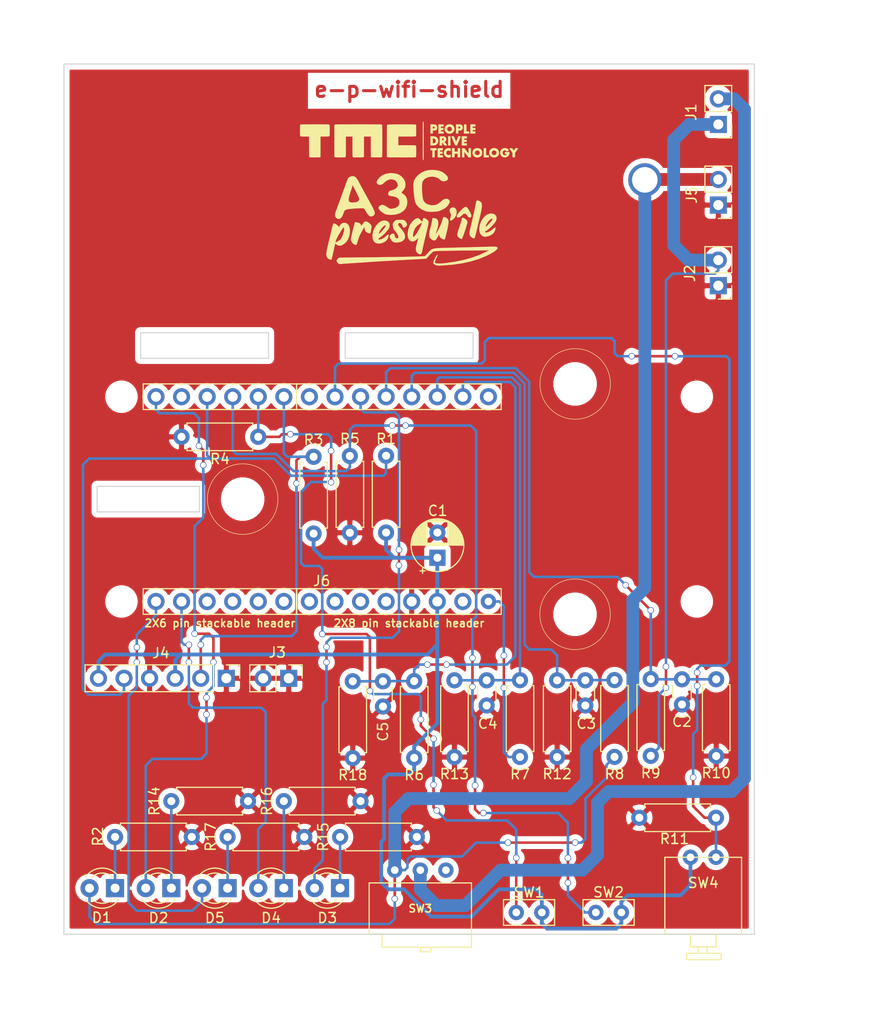
<source format=kicad_pcb>
(kicad_pcb (version 20171130) (host pcbnew "(5.1.4)-1")
  (title_block (title "routage e-p-wifi-shield") (date 2019-11-26) (rev 1.0) (company "A3C et TMC") (comment 1 "1ère version du shield, prototype 3") (comment 2 https://github.com/AIREL46/SCAO/tree/master/kicad/e-p-wifi-shield))
  (layers (0 F.Cu signal) (31 B.Cu signal) (34 B.Paste user) (35 F.Paste user) (36 B.SilkS user) (37 F.SilkS user) (38 B.Mask user) (39 F.Mask user) (44 Edge.Cuts user))
  (net 0 "")
  (net 1 +3V3)
  (net 2 GND)
  (net 3 "Net-(C2-Pad1)")
  (net 4 "Net-(C3-Pad1)")
  (net 5 "Net-(C4-Pad1)")
  (net 6 "Net-(C5-Pad1)")
  (net 7 "Net-(D1-Pad2)")
  (net 8 "Net-(D1-Pad1)")
  (net 9 "Net-(D2-Pad1)")
  (net 10 "Net-(D2-Pad2)")
  (net 11 "Net-(D3-Pad2)")
  (net 12 "Net-(D3-Pad1)")
  (net 13 "Net-(D4-Pad1)")
  (net 14 "Net-(D4-Pad2)")
  (net 15 "Net-(D5-Pad1)")
  (net 16 "Net-(D5-Pad2)")
  (net 17 "Net-(J1-Pad1)")
  (net 18 "Net-(J1-Pad2)")
  (net 19 "Net-(J4-Pad2)")
  (net 20 "Net-(J4-Pad5)")
  (net 21 "Net-(J6-PadAREF)")
  (net 22 "Net-(J6-PadVIN)")
  (net 23 "Net-(J6-PadRESET)")
  (net 24 "Net-(J6-PadTX)")
  (net 25 "Net-(J6-PadRX)")
  (net 26 "Net-(J6-PadA5)")
  (net 27 "Net-(J6-PadSCL)")
  (net 28 "Net-(J6-PadA6)")
  (net 29 "Net-(J6-PadSDA)")
  (net 30 "Net-(J6-PadMISO)")
  (net 31 "Net-(J6-PadD1)")
  (net 32 "Net-(J6-PadSCK)")
  (net 33 "Net-(J6-PadD2)")
  (net 34 "Net-(J6-PadMOSI)")
  (net 35 "Net-(J6-PadD4)")
  (net 36 "Net-(J6-Pad+5V)")
  (net 37 "Net-(SW3-Pad1)")
  (module e-p-wifi-v2:switch (layer F.Cu) (at 60.8 105.4)
    (fp_text reference SW3 (at 0 3.81) (layer F.SilkS) (effects (font (size 0.762 0.762))))
    (fp_text value "Conrad 711771")
    (pad 2 thru_hole circle (at 0 0) (size 1.524 1.524) (drill 0.762) (layers *.Cu *.Mask) (net 18 "Net-(J1-Pad2)"))
    (pad 3 thru_hole circle (at -2.54 0) (size 1.524 1.524) (drill 0.762) (layers *.Cu *.Mask) (net 7 "Net-(D1-Pad2)"))
    (pad 1 thru_hole circle (at 2.54 0) (size 1.524 1.524) (drill 0.762) (layers *.Cu *.Mask) (net 37 "Net-(SW3-Pad1)"))
  )
  (module Connector_PinHeader_2.54mm:PinHeader_1x06_P2.54mm_Vertical (layer F.Cu) (at 41.53 86.36 270)
    (fp_text reference J4 (at -2.5 6.5 180) (layer F.SilkS))
    (fp_text value Température)
    (pad 1 thru_hole rect (at 0 0 270) (size 1.7 1.7) (drill 1) (layers *.Cu *.Mask) (net 2 GND))
    (pad 2 thru_hole oval (at 0 2.54 270) (size 1.7 1.7) (drill 1) (layers *.Cu *.Mask) (net 19 "Net-(J4-Pad2)"))
    (pad 3 thru_hole oval (at 0 5.08 270) (size 1.7 1.7) (drill 1) (layers *.Cu *.Mask) (net 1 +3V3))
    (pad 4 thru_hole oval (at 0 7.62 270) (size 1.7 1.7) (drill 1) (layers *.Cu *.Mask) (net 2 GND))
    (pad 5 thru_hole oval (at 0 10.16 270) (size 1.7 1.7) (drill 1) (layers *.Cu *.Mask) (net 20 "Net-(J4-Pad5)"))
    (pad 6 thru_hole oval (at 0 12.7 270) (size 1.7 1.7) (drill 1) (layers *.Cu *.Mask) (net 1 +3V3))
  )
  (module LED_THT:LED_D3.0mm (layer F.Cu) (at 47.244 107.188 180)
    (fp_text reference D4 (at 1.27 -2.96) (layer F.SilkS))
    (fp_text value Rouge)
    (pad 1 thru_hole rect (at 0 0 180) (size 1.8 1.8) (drill 0.9) (layers *.Cu *.Mask) (net 13 "Net-(D4-Pad1)"))
    (pad 2 thru_hole circle (at 2.54 0 180) (size 1.8 1.8) (drill 0.9) (layers *.Cu *.Mask) (net 14 "Net-(D4-Pad2)"))
  )
  (module LED_THT:LED_D3.0mm (layer F.Cu) (at 30.48 107.188 180)
    (fp_text reference D1 (at 1.325 -2.925) (layer F.SilkS))
    (fp_text value vert)
    (pad 2 thru_hole circle (at 2.54 0 180) (size 1.8 1.8) (drill 0.9) (layers *.Cu *.Mask) (net 7 "Net-(D1-Pad2)"))
    (pad 1 thru_hole rect (at 0 0 180) (size 1.8 1.8) (drill 0.9) (layers *.Cu *.Mask) (net 8 "Net-(D1-Pad1)"))
  )
  (module MountingHole:MountingHole_2.2mm_M2 (layer F.Cu) (at 88.265 58.42)
    (fp_text reference "" (at 0 -3.2) (layer F.SilkS))
    (fp_text value MountingHole_2.2mm_M2)
    (pad 1 np_thru_hole circle (at 0 0) (size 2.2 2.2) (drill 2.2) (layers *.Cu *.Mask))
  )
  (module Capacitor_THT:C_Disc_D3.0mm_W1.6mm_P2.50mm (layer F.Cu) (at 77.19 86.56 270)
    (fp_text reference C3 (at 4.3 -0.1 180) (layer F.SilkS))
    (fp_text value 0.1mF)
    (pad 2 thru_hole circle (at 2.5 0 270) (size 1.6 1.6) (drill 0.8) (layers *.Cu *.Mask) (net 2 GND))
    (pad 1 thru_hole circle (at 0 0 270) (size 1.6 1.6) (drill 0.8) (layers *.Cu *.Mask) (net 4 "Net-(C3-Pad1)"))
  )
  (module Connector_PinHeader_2.54mm:PinHeader_1x02_P2.54mm_Vertical (layer F.Cu) (at 90.4 31.4 180)
    (fp_text reference J1 (at 2.7 1.225 270) (layer F.SilkS))
    (fp_text value Shunt)
    (pad 1 thru_hole rect (at 0 0 180) (size 1.7 1.7) (drill 1) (layers *.Cu *.Mask) (net 17 "Net-(J1-Pad1)"))
    (pad 2 thru_hole oval (at 0 2.54 180) (size 1.7 1.7) (drill 1) (layers *.Cu *.Mask) (net 18 "Net-(J1-Pad2)"))
  )
  (module Connector_PinHeader_2.54mm:PinHeader_1x02_P2.54mm_Vertical (layer F.Cu) (at 90.4 47.4 180)
    (fp_text reference J2 (at 2.825 1.225 270) (layer F.SilkS))
    (fp_text value Vbat1)
    (pad 1 thru_hole rect (at 0 0 180) (size 1.7 1.7) (drill 1) (layers *.Cu *.Mask) (net 2 GND))
    (pad 2 thru_hole oval (at 0 2.54 180) (size 1.7 1.7) (drill 1) (layers *.Cu *.Mask) (net 17 "Net-(J1-Pad1)"))
  )
  (module Connector_PinHeader_2.54mm:PinHeader_1x02_P2.54mm_Vertical (layer F.Cu) (at 47.73 86.36 270)
    (fp_text reference J3 (at -2.56 1.14 180) (layer F.SilkS))
    (fp_text value "Masse T1")
    (pad 2 thru_hole oval (at 0 2.54 270) (size 1.7 1.7) (drill 1) (layers *.Cu *.Mask) (net 2 GND))
    (pad 1 thru_hole rect (at 0 0 270) (size 1.7 1.7) (drill 1) (layers *.Cu *.Mask) (net 2 GND))
  )
  (module Capacitor_THT:CP_Radial_D5.0mm_P2.50mm (layer F.Cu) (at 62.5 74.4 90)
    (fp_text reference C1 (at 4.66 0.02) (layer F.SilkS))
    (fp_text value 4.7µF)
    (pad 1 thru_hole rect (at 0 0 90) (size 1.6 1.6) (drill 0.8) (layers *.Cu *.Mask) (net 1 +3V3))
    (pad 2 thru_hole circle (at 2.5 0 90) (size 1.6 1.6) (drill 0.8) (layers *.Cu *.Mask) (net 2 GND))
  )
  (module logo:tmc-logo-1200dpi (layer F.Cu) (at 59.69 33.02)
    (fp_text reference G*** hide)
    (fp_text value LOGO hide)
  )
  (module Capacitor_THT:C_Disc_D3.0mm_W1.6mm_P2.50mm (layer F.Cu) (at 86.79 86.46 270)
    (fp_text reference C2 (at 4.2 0 180) (layer F.SilkS))
    (fp_text value 0.1mF)
    (pad 1 thru_hole circle (at 0 0 270) (size 1.6 1.6) (drill 0.8) (layers *.Cu *.Mask) (net 3 "Net-(C2-Pad1)"))
    (pad 2 thru_hole circle (at 2.5 0 270) (size 1.6 1.6) (drill 0.8) (layers *.Cu *.Mask) (net 2 GND))
  )
  (module Capacitor_THT:C_Disc_D3.0mm_W1.6mm_P2.50mm (layer F.Cu) (at 67.39 86.56 270)
    (fp_text reference C4 (at 4.3 -0.1 180) (layer F.SilkS))
    (fp_text value 0.1mF)
    (pad 1 thru_hole circle (at 0 0 270) (size 1.6 1.6) (drill 0.8) (layers *.Cu *.Mask) (net 5 "Net-(C4-Pad1)"))
    (pad 2 thru_hole circle (at 2.5 0 270) (size 1.6 1.6) (drill 0.8) (layers *.Cu *.Mask) (net 2 GND))
  )
  (module LED_THT:LED_D3.0mm (layer F.Cu) (at 36.068 107.188 180)
    (fp_text reference D2 (at 1.27 -2.96) (layer F.SilkS))
    (fp_text value Vert)
    (pad 1 thru_hole rect (at 0 0 180) (size 1.8 1.8) (drill 0.9) (layers *.Cu *.Mask) (net 9 "Net-(D2-Pad1)"))
    (pad 2 thru_hole circle (at 2.54 0 180) (size 1.8 1.8) (drill 0.9) (layers *.Cu *.Mask) (net 10 "Net-(D2-Pad2)"))
  )
  (module LED_THT:LED_D3.0mm (layer F.Cu) (at 41.656 107.188 180)
    (fp_text reference D5 (at 1.27 -2.96) (layer F.SilkS))
    (fp_text value Jaune)
    (pad 1 thru_hole rect (at 0 0 180) (size 1.8 1.8) (drill 0.9) (layers *.Cu *.Mask) (net 15 "Net-(D5-Pad1)"))
    (pad 2 thru_hole circle (at 2.54 0 180) (size 1.8 1.8) (drill 0.9) (layers *.Cu *.Mask) (net 16 "Net-(D5-Pad2)"))
  )
  (module Capacitor_THT:C_Disc_D3.0mm_W1.6mm_P2.50mm (layer F.Cu) (at 57.09 86.66 270)
    (fp_text reference C5 (at 5 0 90) (layer F.SilkS))
    (fp_text value 0.1mF)
    (pad 2 thru_hole circle (at 2.5 0 270) (size 1.6 1.6) (drill 0.8) (layers *.Cu *.Mask) (net 2 GND))
    (pad 1 thru_hole circle (at 0 0 270) (size 1.6 1.6) (drill 0.8) (layers *.Cu *.Mask) (net 6 "Net-(C5-Pad1)"))
  )
  (module logo:a3c-logo-500dpi (layer F.Cu) (at 59.69 40.64)
    (fp_text reference G*** hide)
    (fp_text value LOGO hide)
  )
  (module LED_THT:LED_D3.0mm (layer F.Cu) (at 52.832 107.188 180)
    (fp_text reference D3 (at 1.27 -2.96) (layer F.SilkS))
    (fp_text value bleu)
    (pad 2 thru_hole circle (at 2.54 0 180) (size 1.8 1.8) (drill 0.9) (layers *.Cu *.Mask) (net 11 "Net-(D3-Pad2)"))
    (pad 1 thru_hole rect (at 0 0 180) (size 1.8 1.8) (drill 0.9) (layers *.Cu *.Mask) (net 12 "Net-(D3-Pad1)"))
  )
  (module Connector_PinHeader_2.54mm:PinHeader_1x02_P2.54mm_Vertical (layer F.Cu) (at 90.4 39.4 180)
    (fp_text reference J5 (at 2.65 1 270) (layer F.SilkS))
    (fp_text value Vbat2)
    (pad 2 thru_hole oval (at 0 2.54 180) (size 1.7 1.7) (drill 1) (layers *.Cu *.Mask) (net 7 "Net-(D1-Pad2)"))
    (pad 1 thru_hole rect (at 0 0 180) (size 1.7 1.7) (drill 1) (layers *.Cu *.Mask) (net 2 GND))
  )
  (module Resistor_THT:R_Axial_DIN0207_L6.3mm_D2.5mm_P7.62mm_Horizontal (layer F.Cu) (at 50.2 72 90)
    (fp_text reference R3 (at 9.3 0 180) (layer F.SilkS))
    (fp_text value 4.7k)
    (pad 1 thru_hole circle (at 0 0 90) (size 1.6 1.6) (drill 0.8) (layers *.Cu *.Mask) (net 1 +3V3))
    (pad 2 thru_hole oval (at 7.62 0 90) (size 1.6 1.6) (drill 0.8) (layers *.Cu *.Mask) (net 19 "Net-(J4-Pad2)"))
  )
  (module Resistor_THT:R_Axial_DIN0207_L6.3mm_D2.5mm_P7.62mm_Horizontal (layer F.Cu) (at 90.19 86.46 270)
    (fp_text reference R10 (at 9.3 0 180) (layer F.SilkS))
    (fp_text value 4.7k)
    (pad 2 thru_hole oval (at 7.62 0 270) (size 1.6 1.6) (drill 0.8) (layers *.Cu *.Mask) (net 2 GND))
    (pad 1 thru_hole circle (at 0 0 270) (size 1.6 1.6) (drill 0.8) (layers *.Cu *.Mask) (net 3 "Net-(C2-Pad1)"))
  )
  (module Resistor_THT:R_Axial_DIN0207_L6.3mm_D2.5mm_P7.62mm_Horizontal (layer F.Cu) (at 64.19 86.56 270)
    (fp_text reference R13 (at 9.3 0) (layer F.SilkS))
    (fp_text value 4.7k)
    (pad 2 thru_hole oval (at 7.62 0 270) (size 1.6 1.6) (drill 0.8) (layers *.Cu *.Mask) (net 2 GND))
    (pad 1 thru_hole circle (at 0 0 270) (size 1.6 1.6) (drill 0.8) (layers *.Cu *.Mask) (net 5 "Net-(C4-Pad1)"))
  )
  (module Resistor_THT:R_Axial_DIN0207_L6.3mm_D2.5mm_P7.62mm_Horizontal (layer F.Cu) (at 53.8 64.3 270)
    (fp_text reference R5 (at -1.7 0 180) (layer F.SilkS))
    (fp_text value 47k)
    (pad 1 thru_hole circle (at 0 0 270) (size 1.6 1.6) (drill 0.8) (layers *.Cu *.Mask) (net 33 "Net-(J6-PadD2)"))
    (pad 2 thru_hole oval (at 7.62 0 270) (size 1.6 1.6) (drill 0.8) (layers *.Cu *.Mask) (net 2 GND))
  )
  (module Resistor_THT:R_Axial_DIN0207_L6.3mm_D2.5mm_P7.62mm_Horizontal (layer F.Cu) (at 43.688 98.552 180)
    (fp_text reference R14 (at 9.3 0 270) (layer F.SilkS))
    (fp_text value 1K)
    (pad 2 thru_hole oval (at 7.62 0 180) (size 1.6 1.6) (drill 0.8) (layers *.Cu *.Mask) (net 9 "Net-(D2-Pad1)"))
    (pad 1 thru_hole circle (at 0 0 180) (size 1.6 1.6) (drill 0.8) (layers *.Cu *.Mask) (net 2 GND))
  )
  (module Resistor_THT:R_Axial_DIN0207_L6.3mm_D2.5mm_P7.62mm_Horizontal (layer F.Cu) (at 60.19 94.26 90)
    (fp_text reference R6 (at -1.7 0 180) (layer F.SilkS))
    (fp_text value 4.7k)
    (pad 2 thru_hole oval (at 7.62 0 90) (size 1.6 1.6) (drill 0.8) (layers *.Cu *.Mask) (net 6 "Net-(C5-Pad1)"))
    (pad 1 thru_hole circle (at 0 0 90) (size 1.6 1.6) (drill 0.8) (layers *.Cu *.Mask) (net 1 +3V3))
  )
  (module Resistor_THT:R_Axial_DIN0207_L6.3mm_D2.5mm_P7.62mm_Horizontal (layer F.Cu) (at 70.7 94.17 90)
    (fp_text reference R7 (at -1.7 0 180) (layer F.SilkS))
    (fp_text value 4.7k)
    (pad 1 thru_hole circle (at 0 0 90) (size 1.6 1.6) (drill 0.8) (layers *.Cu *.Mask) (net 36 "Net-(J6-Pad+5V)"))
    (pad 2 thru_hole oval (at 7.62 0 90) (size 1.6 1.6) (drill 0.8) (layers *.Cu *.Mask) (net 5 "Net-(C4-Pad1)"))
  )
  (module Resistor_THT:R_Axial_DIN0207_L6.3mm_D2.5mm_P7.62mm_Horizontal (layer F.Cu) (at 60.452 102.108 180)
    (fp_text reference R15 (at 9.3 0 270) (layer F.SilkS))
    (fp_text value 1K)
    (pad 1 thru_hole circle (at 0 0 180) (size 1.6 1.6) (drill 0.8) (layers *.Cu *.Mask) (net 2 GND))
    (pad 2 thru_hole oval (at 7.62 0 180) (size 1.6 1.6) (drill 0.8) (layers *.Cu *.Mask) (net 12 "Net-(D3-Pad1)"))
  )
  (module Resistor_THT:R_Axial_DIN0207_L6.3mm_D2.5mm_P7.62mm_Horizontal (layer F.Cu) (at 74.39 86.56 270)
    (fp_text reference R12 (at 9.3 0 180) (layer F.SilkS))
    (fp_text value 4.7k)
    (pad 1 thru_hole circle (at 0 0 270) (size 1.6 1.6) (drill 0.8) (layers *.Cu *.Mask) (net 4 "Net-(C3-Pad1)"))
    (pad 2 thru_hole oval (at 7.62 0 270) (size 1.6 1.6) (drill 0.8) (layers *.Cu *.Mask) (net 2 GND))
  )
  (module Resistor_THT:R_Axial_DIN0207_L6.3mm_D2.5mm_P7.62mm_Horizontal (layer F.Cu) (at 54.864 98.552 180)
    (fp_text reference R16 (at 9.3 0 270) (layer F.SilkS))
    (fp_text value 1K)
    (pad 2 thru_hole oval (at 7.62 0 180) (size 1.6 1.6) (drill 0.8) (layers *.Cu *.Mask) (net 13 "Net-(D4-Pad1)"))
    (pad 1 thru_hole circle (at 0 0 180) (size 1.6 1.6) (drill 0.8) (layers *.Cu *.Mask) (net 2 GND))
  )
  (module Resistor_THT:R_Axial_DIN0207_L6.3mm_D2.5mm_P7.62mm_Horizontal (layer F.Cu) (at 49.276 102.108 180)
    (fp_text reference R17 (at 9.3 0 270) (layer F.SilkS))
    (fp_text value 1K)
    (pad 1 thru_hole circle (at 0 0 180) (size 1.6 1.6) (drill 0.8) (layers *.Cu *.Mask) (net 2 GND))
    (pad 2 thru_hole oval (at 7.62 0 180) (size 1.6 1.6) (drill 0.8) (layers *.Cu *.Mask) (net 15 "Net-(D5-Pad1)"))
  )
  (module Resistor_THT:R_Axial_DIN0207_L6.3mm_D2.5mm_P7.62mm_Horizontal (layer F.Cu) (at 82.55 100.2)
    (fp_text reference R11 (at 3.5 2.1 180) (layer F.SilkS))
    (fp_text value 47k)
    (pad 2 thru_hole oval (at 7.62 0) (size 1.6 1.6) (drill 0.8) (layers *.Cu *.Mask) (net 26 "Net-(J6-PadA5)"))
    (pad 1 thru_hole circle (at 0 0) (size 1.6 1.6) (drill 0.8) (layers *.Cu *.Mask) (net 2 GND))
  )
  (module Resistor_THT:R_Axial_DIN0207_L6.3mm_D2.5mm_P7.62mm_Horizontal (layer F.Cu) (at 80.09 94.16 90)
    (fp_text reference R8 (at -1.7 0 180) (layer F.SilkS))
    (fp_text value 4.7k)
    (pad 2 thru_hole oval (at 7.62 0 90) (size 1.6 1.6) (drill 0.8) (layers *.Cu *.Mask) (net 4 "Net-(C3-Pad1)"))
    (pad 1 thru_hole circle (at 0 0 90) (size 1.6 1.6) (drill 0.8) (layers *.Cu *.Mask) (net 7 "Net-(D1-Pad2)"))
  )
  (module Resistor_THT:R_Axial_DIN0207_L6.3mm_D2.5mm_P7.62mm_Horizontal (layer F.Cu) (at 57.4 71.9 90)
    (fp_text reference R1 (at 9.3 0 180) (layer F.SilkS))
    (fp_text value 4.7k)
    (pad 1 thru_hole circle (at 0 0 90) (size 1.6 1.6) (drill 0.8) (layers *.Cu *.Mask) (net 1 +3V3))
    (pad 2 thru_hole oval (at 7.62 0 90) (size 1.6 1.6) (drill 0.8) (layers *.Cu *.Mask) (net 20 "Net-(J4-Pad5)"))
  )
  (module Resistor_THT:R_Axial_DIN0207_L6.3mm_D2.5mm_P7.62mm_Horizontal (layer F.Cu) (at 38.1 102.108 180)
    (fp_text reference R2 (at 9.32 0.05 90) (layer F.SilkS))
    (fp_text value 1K)
    (pad 2 thru_hole oval (at 7.62 0 180) (size 1.6 1.6) (drill 0.8) (layers *.Cu *.Mask) (net 8 "Net-(D1-Pad1)"))
    (pad 1 thru_hole circle (at 0 0 180) (size 1.6 1.6) (drill 0.8) (layers *.Cu *.Mask) (net 2 GND))
  )
  (module e-p-wifi-v2:PinSocket_2x14_MKR1010 (layer F.Cu) (at 51.055 68.58 270)
    (fp_text reference J6 (at 8.12 0.055 180) (layer F.SilkS))
    (fp_text value Conn_02x14_MKR1010)
    (fp_text user "2X8 pin stackable header" (at 12.32 -8.615 180) (layer F.SilkS) (effects (font (size 0.762 0.762))))
    (fp_text user "2X6 pin stackable header" (at 12.32 10.155 180) (layer F.SilkS) (effects (font (size 0.762 0.762))))
    (pad AREF thru_hole oval (at -10.16 -16.51 270) (size 1.7 1.7) (drill 1) (layers *.Cu *.Mask) (net 21 "Net-(J6-PadAREF)"))
    (pad VIN thru_hole oval (at 10.16 -13.97 270) (size 1.7 1.7) (drill 1) (layers *.Cu *.Mask) (net 22 "Net-(J6-PadVIN)"))
    (pad A0 thru_hole oval (at -10.16 -13.97 270) (size 1.7 1.7) (drill 1) (layers *.Cu *.Mask) (net 6 "Net-(C5-Pad1)"))
    (pad +3V3 thru_hole oval (at 10.16 -11.43 270) (size 1.7 1.7) (drill 1) (layers *.Cu *.Mask) (net 1 +3V3))
    (pad A1 thru_hole oval (at -10.16 -11.43 270) (size 1.7 1.7) (drill 1) (layers *.Cu *.Mask) (net 5 "Net-(C4-Pad1)"))
    (pad GND thru_hole oval (at 10.16 -8.89 270) (size 1.7 1.7) (drill 1) (layers *.Cu *.Mask) (net 2 GND))
    (pad A2 thru_hole oval (at -10.16 -8.89 270) (size 1.7 1.7) (drill 1) (layers *.Cu *.Mask) (net 4 "Net-(C3-Pad1)"))
    (pad RESET thru_hole oval (at 10.16 -6.35 270) (size 1.7 1.7) (drill 1) (layers *.Cu *.Mask) (net 23 "Net-(J6-PadRESET)"))
    (pad A3 thru_hole oval (at -10.16 -6.35 270) (size 1.7 1.7) (drill 1) (layers *.Cu *.Mask) (net 3 "Net-(C2-Pad1)"))
    (pad TX thru_hole oval (at 10.16 -3.81 270) (size 1.7 1.7) (drill 1) (layers *.Cu *.Mask) (net 24 "Net-(J6-PadTX)"))
    (pad A4 thru_hole oval (at -10.16 -3.81 270) (size 1.7 1.7) (drill 1) (layers *.Cu *.Mask) (net 11 "Net-(D3-Pad2)"))
    (pad RX thru_hole oval (at 10.16 -1.27 270) (size 1.7 1.7) (drill 1) (layers *.Cu *.Mask) (net 25 "Net-(J6-PadRX)"))
    (pad A5 thru_hole oval (at -10.16 -1.27 270) (size 1.7 1.7) (drill 1) (layers *.Cu *.Mask) (net 26 "Net-(J6-PadA5)"))
    (pad SCL thru_hole oval (at 10.16 1.27 270) (size 1.7 1.7) (drill 1) (layers *.Cu *.Mask) (net 27 "Net-(J6-PadSCL)"))
    (pad A6 thru_hole oval (at -10.16 1.27 270) (size 1.7 1.7) (drill 1) (layers *.Cu *.Mask) (net 28 "Net-(J6-PadA6)"))
    (pad SDA thru_hole oval (at 10.16 3.81 270) (size 1.7 1.7) (drill 1) (layers *.Cu *.Mask) (net 29 "Net-(J6-PadSDA)"))
    (pad D0 thru_hole oval (at -10.16 3.81 270) (size 1.7 1.7) (drill 1) (layers *.Cu *.Mask) (net 19 "Net-(J4-Pad2)"))
    (pad MISO thru_hole oval (at 10.16 6.35 270) (size 1.7 1.7) (drill 1) (layers *.Cu *.Mask) (net 30 "Net-(J6-PadMISO)"))
    (pad D1 thru_hole oval (at -10.16 6.35 270) (size 1.7 1.7) (drill 1) (layers *.Cu *.Mask) (net 31 "Net-(J6-PadD1)"))
    (pad SCK thru_hole oval (at 10.16 8.89 270) (size 1.7 1.7) (drill 1) (layers *.Cu *.Mask) (net 32 "Net-(J6-PadSCK)"))
    (pad D2 thru_hole oval (at -10.16 8.89 270) (size 1.7 1.7) (drill 1) (layers *.Cu *.Mask) (net 33 "Net-(J6-PadD2)"))
    (pad MOSI thru_hole oval (at 10.16 11.43 270) (size 1.7 1.7) (drill 1) (layers *.Cu *.Mask) (net 34 "Net-(J6-PadMOSI)"))
    (pad D3 thru_hole oval (at -10.16 11.43 270) (size 1.7 1.7) (drill 1) (layers *.Cu *.Mask) (net 20 "Net-(J4-Pad5)"))
    (pad D7 thru_hole oval (at 10.16 13.97 270) (size 1.7 1.7) (drill 1) (layers *.Cu *.Mask) (net 14 "Net-(D4-Pad2)"))
    (pad D4 thru_hole oval (at -10.16 13.97 270) (size 1.7 1.7) (drill 1) (layers *.Cu *.Mask) (net 35 "Net-(J6-PadD4)"))
    (pad D6 thru_hole oval (at 10.16 16.51 270) (size 1.7 1.7) (drill 1) (layers *.Cu *.Mask) (net 16 "Net-(D5-Pad2)"))
    (pad D5 thru_hole oval (at -10.16 16.51 270) (size 1.7 1.7) (drill 1) (layers *.Cu *.Mask) (net 10 "Net-(D2-Pad2)"))
    (pad +5V thru_hole circle (at 10.16 -16.51 270) (size 1.524 1.524) (drill 0.762) (layers *.Cu *.Mask) (net 36 "Net-(J6-Pad+5V)"))
  )
  (module Resistor_THT:R_Axial_DIN0207_L6.3mm_D2.5mm_P7.62mm_Horizontal (layer F.Cu) (at 44.7 62.4 180)
    (fp_text reference R4 (at 3.8 -2.2) (layer F.SilkS))
    (fp_text value 47k)
    (pad 2 thru_hole oval (at 7.62 0 180) (size 1.6 1.6) (drill 0.8) (layers *.Cu *.Mask) (net 2 GND))
    (pad 1 thru_hole circle (at 0 0 180) (size 1.6 1.6) (drill 0.8) (layers *.Cu *.Mask) (net 31 "Net-(J6-PadD1)"))
  )
  (module Resistor_THT:R_Axial_DIN0207_L6.3mm_D2.5mm_P7.62mm_Horizontal (layer F.Cu) (at 83.69 94.06 90)
    (fp_text reference R9 (at -1.7 0 180) (layer F.SilkS))
    (fp_text value 4.7k)
    (pad 1 thru_hole circle (at 0 0 90) (size 1.6 1.6) (drill 0.8) (layers *.Cu *.Mask) (net 17 "Net-(J1-Pad1)"))
    (pad 2 thru_hole oval (at 7.62 0 90) (size 1.6 1.6) (drill 0.8) (layers *.Cu *.Mask) (net 3 "Net-(C2-Pad1)"))
  )
  (module MountingHole:MountingHole_3.2mm_M3_ISO7380 (layer F.Cu) (at 43.1546 68.58)
    (fp_text reference "" (at 0 -3.85) (layer F.SilkS))
    (fp_text value MountingHole_3.3mm_M3)
    (pad "" np_thru_hole circle (at 0 0) (size 3.3 3.3) (drill 3.3) (layers *.Cu *.Mask))
  )
  (module MountingHole:MountingHole_3.2mm_M3_ISO7380 (layer F.Cu) (at 76.165 80.01)
    (fp_text reference "" (at 0 -3.85) (layer F.SilkS))
    (fp_text value MountingHole_3.3mm_M3)
    (pad "" np_thru_hole circle (at 0 0) (size 3.3 3.3) (drill 3.3) (layers *.Cu *.Mask))
  )
  (module MountingHole:MountingHole_2.2mm_M2 (layer F.Cu) (at 31.115 78.74)
    (fp_text reference "" (at 0 -3.2) (layer F.SilkS))
    (fp_text value MountingHole_2.2mm_M2)
    (pad 1 np_thru_hole circle (at 0 0) (size 2.2 2.2) (drill 2.2) (layers *.Cu *.Mask))
  )
  (module MountingHole:MountingHole_3.2mm_M3_ISO7380 (layer F.Cu) (at 76.1746 57.15)
    (fp_text reference "" (at 0 -3.85) (layer F.SilkS))
    (fp_text value MountingHole_3.3mm_M3)
    (pad "" np_thru_hole circle (at 0 0) (size 3.3 3.3) (drill 3.3) (layers *.Cu *.Mask))
  )
  (module MountingHole:MountingHole_2.2mm_M2 (layer F.Cu) (at 31.115 58.42)
    (fp_text reference "" (at 0 -3.2) (layer F.SilkS))
    (fp_text value MountingHole_2.2mm_M2)
    (pad 1 np_thru_hole circle (at 0 0) (size 2.2 2.2) (drill 2.2) (layers *.Cu *.Mask))
  )
  (module MountingHole:MountingHole_2.2mm_M2 (layer F.Cu) (at 88.265 78.74)
    (fp_text reference "" (at 0 -3.2) (layer F.SilkS))
    (fp_text value MountingHole_2.2mm_M2)
    (pad 1 np_thru_hole circle (at 0 0) (size 2.2 2.2) (drill 2.2) (layers *.Cu *.Mask))
  )
  (module Resistor_THT:R_Axial_DIN0207_L6.3mm_D2.5mm_P7.62mm_Horizontal (layer F.Cu) (at 54.09 86.66 270)
    (fp_text reference R18 (at 9.3 0 180) (layer F.SilkS))
    (fp_text value 4.7k)
    (pad 1 thru_hole circle (at 0 0 270) (size 1.6 1.6) (drill 0.8) (layers *.Cu *.Mask) (net 6 "Net-(C5-Pad1)"))
    (pad 2 thru_hole oval (at 7.62 0 270) (size 1.6 1.6) (drill 0.8) (layers *.Cu *.Mask) (net 2 GND))
  )
  (module e-p-wifi-v2:BP (layer F.Cu) (at 88.9 104.125)
    (fp_text reference SW4 (at 0 2.54) (layer F.SilkS))
    (fp_text value "BP APEM")
    (pad 1 thru_hole circle (at -1.27 0) (size 1.524 1.524) (drill 0.762) (layers *.Cu *.Mask) (net 1 +3V3))
    (pad 2 thru_hole circle (at 1.27 0) (size 1.524 1.524) (drill 0.762) (layers *.Cu *.Mask) (net 26 "Net-(J6-PadA5)"))
  )
  (module e-p-wifi-v2:jumper-switch (layer F.Cu) (at 79.5 109.6 180)
    (fp_text reference SW2 (at 0 2) (layer F.SilkS))
    (fp_text value Sleep)
    (pad 1 thru_hole circle (at -1.27 0 180) (size 1.524 1.524) (drill 0.762) (layers *.Cu *.Mask) (net 1 +3V3))
    (pad 2 thru_hole circle (at 1.27 0 180) (size 1.524 1.524) (drill 0.762) (layers *.Cu *.Mask) (net 33 "Net-(J6-PadD2)"))
  )
  (module e-p-wifi-v2:jumper-switch (layer F.Cu) (at 71.6 109.6 180)
    (fp_text reference SW1 (at 0 2) (layer F.SilkS))
    (fp_text value StSp)
    (pad 2 thru_hole circle (at 1.27 0 180) (size 1.524 1.524) (drill 0.762) (layers *.Cu *.Mask) (net 31 "Net-(J6-PadD1)"))
    (pad 1 thru_hole circle (at -1.27 0 180) (size 1.524 1.524) (drill 0.762) (layers *.Cu *.Mask) (net 1 +3V3))
  )
  (gr_line (start 45.726 52.07) (end 45.726 54.61) (layer Edge.Cuts) (width 0.1))
  (gr_line (start 33.026 52.07) (end 33.026 54.61) (layer Edge.Cuts) (width 0.1))
  (gr_line (start 33.026 52.07) (end 45.726 52.07) (layer Edge.Cuts) (width 0.1))
  (gr_line (start 33.026 54.61) (end 45.726 54.61) (layer Edge.Cuts) (width 0.1))
  (gr_line (start 53.34 54.61) (end 53.34 52.07) (layer Edge.Cuts) (width 0.1))
  (gr_line (start 66.04 52.07) (end 66.04 54.61) (layer Edge.Cuts) (width 0.1))
  (gr_line (start 53.34 52.07) (end 66.04 52.07) (layer Edge.Cuts) (width 0.1))
  (gr_line (start 53.34 54.61) (end 66.04 54.61) (layer Edge.Cuts) (width 0.1))
  (gr_line (start 28.702 69.85) (end 38.862 69.85) (layer Edge.Cuts) (width 0.1))
  (gr_line (start 38.862 67.31) (end 28.702 67.31) (layer Edge.Cuts) (width 0.1))
  (gr_line (start 28.702 67.31) (end 28.702 69.85) (layer Edge.Cuts) (width 0.1))
  (gr_circle (center 76.1746 80.01) (end 79.6746 80.01) (layer F.SilkS) (width 0.05))
  (gr_line (start 25.4 111.76) (end 93.98 111.76) (layer Edge.Cuts) (width 0.1))
  (gr_line (start 93.98 25.4) (end 93.98 111.76) (layer Edge.Cuts) (width 0.1))
  (gr_line (start 25.4 25.4) (end 25.4 111.76) (layer Edge.Cuts) (width 0.1))
  (gr_circle (center 43.1546 68.58) (end 46.6546 68.58) (layer F.SilkS) (width 0.05))
  (gr_line (start 38.862 67.31) (end 38.862 69.85) (layer Edge.Cuts) (width 0.1))
  (gr_circle (center 76.18476 57.15) (end 79.68476 57.15) (layer F.SilkS) (width 0.05))
  (gr_line (start 25.4 25.4) (end 93.98 25.4) (layer Edge.Cuts) (width 0.1))
  (gr_text e-p-wifi-shield (at 59.69 27.94) (layer F.Cu) (effects (font (size 1.5 1.5) (thickness 0.3))))
  (segment (start 72.87 110.67763) (end 72.87 109.6) (width 0.381) (layer B.Cu) (net 1))
  (segment (start 73.39237 111.2) (end 72.87 110.67763) (width 0.381) (layer B.Cu) (net 1))
  (segment (start 80.24763 111.2) (end 73.39237 111.2) (width 0.381) (layer B.Cu) (net 1))
  (segment (start 80.77 110.67763) (end 80.24763 111.2) (width 0.381) (layer B.Cu) (net 1))
  (segment (start 80.77 109.6) (end 80.77 110.67763) (width 0.381) (layer B.Cu) (net 1))
  (segment (start 62.485 74.415) (end 62.5 74.4) (width 0.381) (layer B.Cu) (net 1))
  (segment (start 62.485 78.74) (end 62.485 74.415) (width 0.381) (layer B.Cu) (net 1))
  (segment (start 62.5 74.4) (end 59.9 74.4) (width 0.381) (layer B.Cu) (net 1))
  (segment (start 57.4 73.6) (end 57.4 71.9) (width 0.381) (layer B.Cu) (net 1))
  (segment (start 59.9 74.4) (end 58.2 74.4) (width 0.381) (layer B.Cu) (net 1))
  (segment (start 58.2 74.4) (end 57.4 73.6) (width 0.381) (layer B.Cu) (net 1))
  (segment (start 50.2 73.5) (end 50.2 72) (width 0.381) (layer B.Cu) (net 1))
  (segment (start 59.9 74.4) (end 51.1 74.4) (width 0.381) (layer B.Cu) (net 1))
  (segment (start 51.1 74.4) (end 50.2 73.5) (width 0.381) (layer B.Cu) (net 1))
  (segment (start 62.485 85.015) (end 62.485 84.985) (width 0.381) (layer B.Cu) (net 1))
  (segment (start 61.5 84) (end 37 84) (width 0.381) (layer B.Cu) (net 1))
  (segment (start 36.45 84.55) (end 36.45 86.36) (width 0.381) (layer B.Cu) (net 1))
  (segment (start 37 84) (end 36.45 84.55) (width 0.381) (layer B.Cu) (net 1))
  (segment (start 60.19 93.12863) (end 62.485 90.83363) (width 0.381) (layer B.Cu) (net 1))
  (segment (start 60.19 94.26) (end 60.19 93.12863) (width 0.381) (layer B.Cu) (net 1))
  (segment (start 62.485 90.83363) (end 62.485 85.015) (width 0.381) (layer B.Cu) (net 1))
  (segment (start 28.83 84.67) (end 28.83 86.36) (width 0.381) (layer B.Cu) (net 1))
  (segment (start 37 84) (end 29.5 84) (width 0.381) (layer B.Cu) (net 1))
  (segment (start 29.5 84) (end 28.83 84.67) (width 0.381) (layer B.Cu) (net 1))
  (segment (start 62.485 83.015) (end 61.5 84) (width 0.381) (layer B.Cu) (net 1))
  (segment (start 62.485 82.985) (end 62.485 83.015) (width 0.381) (layer B.Cu) (net 1))
  (segment (start 62.485 82.985) (end 62.485 78.74) (width 0.381) (layer B.Cu) (net 1))
  (segment (start 62.485 85.015) (end 62.485 82.985) (width 0.381) (layer B.Cu) (net 1))
  (segment (start 60.19 95.41) (end 60.19 94.26) (width 0.381) (layer B.Cu) (net 1))
  (segment (start 59.7 95.9) (end 60.19 95.41) (width 0.381) (layer B.Cu) (net 1))
  (segment (start 57.2 96.3) (end 57.6 95.9) (width 0.381) (layer B.Cu) (net 1))
  (segment (start 57.2 102.312) (end 57.2 96.3) (width 0.381) (layer B.Cu) (net 1))
  (segment (start 56.913701 106.596101) (end 56.913701 102.598299) (width 0.381) (layer B.Cu) (net 1))
  (segment (start 57.6176 107.3) (end 56.913701 106.596101) (width 0.381) (layer B.Cu) (net 1))
  (segment (start 57.6 95.9) (end 59.7 95.9) (width 0.381) (layer B.Cu) (net 1))
  (segment (start 59.167 107.3) (end 57.6176 107.3) (width 0.381) (layer B.Cu) (net 1))
  (segment (start 56.913701 102.598299) (end 57.2 102.312) (width 0.381) (layer B.Cu) (net 1))
  (segment (start 72.87 107.8712) (end 72.2988 107.3) (width 0.381) (layer B.Cu) (net 1))
  (segment (start 72.87 109.6) (end 72.87 107.8712) (width 0.381) (layer B.Cu) (net 1))
  (segment (start 72.2988 107.3) (end 68.595 107.3) (width 0.381) (layer B.Cu) (net 1))
  (segment (start 68.595 107.3) (end 65.8876 110.0074) (width 0.381) (layer B.Cu) (net 1))
  (segment (start 65.8876 110.0074) (end 61.8744 110.0074) (width 0.381) (layer B.Cu) (net 1))
  (segment (start 61.8744 110.0074) (end 59.167 107.3) (width 0.381) (layer B.Cu) (net 1))
  (segment (start 87.63 106.9086) (end 87.63 104.125) (width 0.381) (layer B.Cu) (net 1))
  (segment (start 86.6394 107.8992) (end 87.63 106.9086) (width 0.381) (layer B.Cu) (net 1))
  (segment (start 81.407 107.8992) (end 86.6394 107.8992) (width 0.381) (layer B.Cu) (net 1))
  (segment (start 80.77 109.6) (end 80.77 108.5362) (width 0.381) (layer B.Cu) (net 1))
  (segment (start 80.77 108.5362) (end 81.407 107.8992) (width 0.381) (layer B.Cu) (net 1))
  (segment (start 90.19 86.46) (end 86.79 86.46) (width 0.254) (layer B.Cu) (net 3))
  (segment (start 83.71 86.46) (end 83.69 86.44) (width 0.254) (layer B.Cu) (net 3))
  (segment (start 86.79 86.46) (end 83.71 86.46) (width 0.254) (layer B.Cu) (net 3))
  (segment (start 83.69 86.44) (end 83.69 79.61) (width 0.254) (layer B.Cu) (net 3))
  (via (at 83.69 79.61) (size 0.635) (drill 0.508) (layers F.Cu B.Cu) (net 3))
  (segment (start 83.69 79.61) (end 81.2 77.12) (width 0.254) (layer F.Cu) (net 3))
  (via (at 81.2 77.12) (size 0.635) (drill 0.508) (layers F.Cu B.Cu) (net 3))
  (segment (start 57.405 55.995) (end 57.405 58.42) (width 0.254) (layer B.Cu) (net 3))
  (segment (start 57.81442 55.58558) (end 57.405 55.995) (width 0.254) (layer B.Cu) (net 3))
  (segment (start 80.38 76.3) (end 72.1 76.3) (width 0.254) (layer B.Cu) (net 3))
  (segment (start 81.2 77.12) (end 80.38 76.3) (width 0.254) (layer B.Cu) (net 3))
  (segment (start 72.1 76.3) (end 71.614418 75.814418) (width 0.254) (layer B.Cu) (net 3))
  (segment (start 71.614418 75.814418) (end 71.614418 56.921234) (width 0.254) (layer B.Cu) (net 3))
  (segment (start 71.614418 56.921234) (end 70.278764 55.58558) (width 0.254) (layer B.Cu) (net 3))
  (segment (start 70.278764 55.58558) (end 57.81442 55.58558) (width 0.254) (layer B.Cu) (net 3))
  (segment (start 77.21 86.54) (end 77.19 86.56) (width 0.254) (layer B.Cu) (net 4))
  (segment (start 80.09 86.54) (end 77.21 86.54) (width 0.254) (layer B.Cu) (net 4))
  (segment (start 77.19 86.56) (end 74.39 86.56) (width 0.254) (layer B.Cu) (net 4))
  (segment (start 60 58.365) (end 59.945 58.42) (width 0.254) (layer B.Cu) (net 4))
  (segment (start 74.39 84.09) (end 74.39 86.56) (width 0.254) (layer B.Cu) (net 4))
  (segment (start 73.8 83.5) (end 74.39 84.09) (width 0.254) (layer B.Cu) (net 4))
  (segment (start 71.62 83.5) (end 73.8 83.5) (width 0.254) (layer B.Cu) (net 4))
  (segment (start 59.945 58.42) (end 59.945 56.355) (width 0.254) (layer B.Cu) (net 4))
  (segment (start 60.25721 56.04279) (end 70.089382 56.04279) (width 0.254) (layer B.Cu) (net 4))
  (segment (start 59.945 56.355) (end 60.25721 56.04279) (width 0.254) (layer B.Cu) (net 4))
  (segment (start 70.089382 56.04279) (end 71.157209 57.110617) (width 0.254) (layer B.Cu) (net 4))
  (segment (start 71.157209 57.110617) (end 71.157209 83.037209) (width 0.254) (layer B.Cu) (net 4))
  (segment (start 71.157209 83.037209) (end 71.62 83.5) (width 0.254) (layer B.Cu) (net 4))
  (segment (start 67.4 86.55) (end 67.39 86.56) (width 0.254) (layer B.Cu) (net 5))
  (segment (start 70.7 86.55) (end 67.4 86.55) (width 0.254) (layer B.Cu) (net 5))
  (segment (start 67.39 86.56) (end 64.19 86.56) (width 0.254) (layer B.Cu) (net 5))
  (segment (start 62.485 56.715) (end 62.485 58.42) (width 0.254) (layer B.Cu) (net 5))
  (segment (start 62.7 56.5) (end 62.485 56.715) (width 0.254) (layer B.Cu) (net 5))
  (segment (start 69.9 56.5) (end 62.7 56.5) (width 0.254) (layer B.Cu) (net 5))
  (segment (start 70.7 86.55) (end 70.7 57.3) (width 0.254) (layer B.Cu) (net 5))
  (segment (start 70.7 57.3) (end 69.9 56.5) (width 0.254) (layer B.Cu) (net 5))
  (segment (start 57.11 86.64) (end 57.09 86.66) (width 0.254) (layer B.Cu) (net 6))
  (segment (start 60.19 86.64) (end 57.11 86.64) (width 0.254) (layer B.Cu) (net 6))
  (segment (start 55.95863 86.66) (end 54.09 86.66) (width 0.254) (layer B.Cu) (net 6))
  (segment (start 57.09 86.66) (end 55.95863 86.66) (width 0.254) (layer B.Cu) (net 6))
  (segment (start 60.19 85.50863) (end 60.69863 85) (width 0.254) (layer B.Cu) (net 6))
  (segment (start 60.19 86.64) (end 60.19 85.50863) (width 0.254) (layer B.Cu) (net 6))
  (segment (start 60.69863 85) (end 61.5 85) (width 0.254) (layer B.Cu) (net 6))
  (via (at 61.5 85) (size 0.635) (drill 0.508) (layers F.Cu B.Cu) (net 6))
  (segment (start 61.5 85) (end 63.4 85) (width 0.254) (layer F.Cu) (net 6))
  (via (at 63.4 85) (size 0.635) (drill 0.508) (layers F.Cu B.Cu) (net 6))
  (segment (start 65.025 57.225) (end 65.025 58.42) (width 0.254) (layer B.Cu) (net 6))
  (segment (start 63.4 85) (end 69.4 85) (width 0.254) (layer B.Cu) (net 6))
  (segment (start 69.4 85) (end 70.24279 84.15721) (width 0.254) (layer B.Cu) (net 6))
  (segment (start 70.24279 84.15721) (end 70.24279 57.489382) (width 0.254) (layer B.Cu) (net 6))
  (segment (start 70.24279 57.489382) (end 69.710618 56.95721) (width 0.254) (layer B.Cu) (net 6))
  (segment (start 69.710618 56.95721) (end 65.29279 56.95721) (width 0.254) (layer B.Cu) (net 6))
  (segment (start 65.29279 56.95721) (end 65.025 57.225) (width 0.254) (layer B.Cu) (net 6))
  (via (at 83.1 36.9) (size 3.302) (drill 2.54) (layers F.Cu B.Cu) (net 7))
  (segment (start 90.4 36.86) (end 83.14 36.86) (width 1.27) (layer F.Cu) (net 7))
  (segment (start 83.14 36.86) (end 83.1 36.9) (width 1.27) (layer F.Cu) (net 7))
  (segment (start 58.26 105.4) (end 58.26 106.47763) (width 0.254) (layer F.Cu) (net 7))
  (segment (start 58.26 106.47763) (end 58.26 108.25) (width 0.254) (layer F.Cu) (net 7))
  (via (at 58.26 108.25) (size 0.635) (drill 0.508) (layers F.Cu B.Cu) (net 7))
  (segment (start 83.1 77.4) (end 83.1 36.9) (width 1.27) (layer B.Cu) (net 7))
  (segment (start 81.91 78.59) (end 83.1 77.4) (width 1.27) (layer B.Cu) (net 7))
  (segment (start 81.91 88.79) (end 81.91 78.59) (width 1.27) (layer B.Cu) (net 7))
  (segment (start 58.26 99.64) (end 59.6 98.3) (width 1.27) (layer B.Cu) (net 7))
  (segment (start 58.26 105.4) (end 58.26 99.64) (width 1.27) (layer B.Cu) (net 7))
  (segment (start 59.6 98.3) (end 75.6 98.3) (width 1.27) (layer B.Cu) (net 7))
  (segment (start 75.6 98.3) (end 77.3 96.6) (width 1.27) (layer B.Cu) (net 7))
  (segment (start 77.3 96.6) (end 77.3 93.4) (width 1.27) (layer B.Cu) (net 7))
  (segment (start 77.3 93.4) (end 81.91 88.79) (width 1.27) (layer B.Cu) (net 7))
  (via (at 76.18 102.67) (size 0.635) (drill 0.508) (layers F.Cu B.Cu) (net 7))
  (segment (start 76.18 102.67) (end 75.730988 102.67) (width 0.254) (layer F.Cu) (net 7))
  (segment (start 75.730988 102.67) (end 69.5 102.67) (width 0.254) (layer F.Cu) (net 7))
  (via (at 69.5 102.67) (size 0.635) (drill 0.508) (layers F.Cu B.Cu) (net 7))
  (segment (start 76.81 102.67) (end 76.18 102.67) (width 0.254) (layer B.Cu) (net 7))
  (segment (start 77.2 102.28) (end 76.81 102.67) (width 0.254) (layer B.Cu) (net 7))
  (segment (start 77.2 98.31) (end 77.2 102.28) (width 0.254) (layer B.Cu) (net 7))
  (segment (start 79.290001 96.219999) (end 77.2 98.31) (width 0.254) (layer B.Cu) (net 7))
  (segment (start 80.09 94.16) (end 79.290001 94.959999) (width 0.254) (layer B.Cu) (net 7))
  (segment (start 79.290001 94.959999) (end 79.290001 96.219999) (width 0.254) (layer B.Cu) (net 7))
  (segment (start 59.26 105.4) (end 58.26 105.4) (width 0.254) (layer B.Cu) (net 7))
  (segment (start 66.33 102.67) (end 64.96 104.04) (width 0.254) (layer B.Cu) (net 7))
  (segment (start 69.5 102.67) (end 66.33 102.67) (width 0.254) (layer B.Cu) (net 7))
  (segment (start 64.96 104.04) (end 59.82 104.04) (width 0.254) (layer B.Cu) (net 7))
  (segment (start 59.82 104.04) (end 59.52 104.34) (width 0.254) (layer B.Cu) (net 7))
  (segment (start 59.52 104.34) (end 59.52 105.14) (width 0.254) (layer B.Cu) (net 7))
  (segment (start 59.52 105.14) (end 59.26 105.4) (width 0.254) (layer B.Cu) (net 7))
  (segment (start 58.26 110.21) (end 58.26 108.25) (width 0.254) (layer B.Cu) (net 7))
  (segment (start 57.726 110.744) (end 58.26 110.21) (width 0.254) (layer B.Cu) (net 7))
  (segment (start 28.6766 110.744) (end 57.726 110.744) (width 0.254) (layer B.Cu) (net 7))
  (segment (start 27.94 107.188) (end 27.94 110.0074) (width 0.254) (layer B.Cu) (net 7))
  (segment (start 27.94 110.0074) (end 28.6766 110.744) (width 0.254) (layer B.Cu) (net 7))
  (segment (start 30.48 107.188) (end 30.48 102.108) (width 0.254) (layer B.Cu) (net 8))
  (segment (start 36.068 106.034) (end 36.068 98.552) (width 0.254) (layer B.Cu) (net 9))
  (segment (start 36.068 107.188) (end 36.068 106.034) (width 0.254) (layer B.Cu) (net 9))
  (segment (start 39.56 87.830988) (end 40.25 87.140988) (width 0.254) (layer B.Cu) (net 10))
  (segment (start 40.25 87.140988) (end 40.25 85.873302) (width 0.254) (layer B.Cu) (net 10))
  (segment (start 40.25 85.873302) (end 40.25 84.76) (width 0.254) (layer B.Cu) (net 10))
  (via (at 40.25 84.76) (size 0.635) (drill 0.508) (layers F.Cu B.Cu) (net 10))
  (segment (start 40.25 84.76) (end 40.25 84.310988) (width 0.254) (layer F.Cu) (net 10))
  (segment (start 40.25 84.310988) (end 40.25 82.52) (width 0.254) (layer F.Cu) (net 10))
  (segment (start 40.25 82.52) (end 40.25 82.37) (width 0.254) (layer F.Cu) (net 10))
  (segment (start 40.25 82.37) (end 39.82 81.94) (width 0.254) (layer F.Cu) (net 10))
  (segment (start 39.82 81.94) (end 38.38 81.94) (width 0.254) (layer F.Cu) (net 10))
  (via (at 38.38 81.94) (size 0.635) (drill 0.508) (layers F.Cu B.Cu) (net 10))
  (via (at 39.24221 65.20491) (size 0.635) (drill 0.508) (layers F.Cu B.Cu) (net 10))
  (segment (start 39.24221 65.04221) (end 39.24221 65.20491) (width 0.254) (layer B.Cu) (net 10))
  (segment (start 39.24221 70.40779) (end 39.24221 65.04221) (width 0.254) (layer B.Cu) (net 10))
  (segment (start 38.38 71.27) (end 39.24221 70.40779) (width 0.254) (layer B.Cu) (net 10))
  (segment (start 38.38 81.94) (end 38.38 71.27) (width 0.254) (layer B.Cu) (net 10))
  (segment (start 39.24221 64.755898) (end 39.25 64.748108) (width 0.254) (layer F.Cu) (net 10))
  (segment (start 39.24221 65.20491) (end 39.24221 64.755898) (width 0.254) (layer F.Cu) (net 10))
  (segment (start 39.25 64.748108) (end 39.25 63.74) (width 0.254) (layer F.Cu) (net 10))
  (segment (start 39.25 63.74) (end 38.81 63.3) (width 0.254) (layer F.Cu) (net 10))
  (via (at 38.81 63.3) (size 0.635) (drill 0.508) (layers F.Cu B.Cu) (net 10))
  (segment (start 34.545 59.715) (end 34.545 58.42) (width 0.254) (layer B.Cu) (net 10))
  (segment (start 34.89 60.06) (end 34.545 59.715) (width 0.254) (layer B.Cu) (net 10))
  (segment (start 38.33 60.06) (end 34.89 60.06) (width 0.254) (layer B.Cu) (net 10))
  (segment (start 38.81 63.3) (end 38.81 60.54) (width 0.254) (layer B.Cu) (net 10))
  (segment (start 38.81 60.54) (end 38.33 60.06) (width 0.254) (layer B.Cu) (net 10))
  (segment (start 39.56 88.28) (end 39.56 87.830988) (width 0.254) (layer B.Cu) (net 10))
  (via (at 39.56 88.28) (size 0.635) (drill 0.508) (layers F.Cu B.Cu) (net 10))
  (segment (start 39.56 88.729012) (end 39.5605 88.729512) (width 0.254) (layer F.Cu) (net 10))
  (segment (start 39.56 88.28) (end 39.56 88.729012) (width 0.254) (layer F.Cu) (net 10))
  (via (at 39.5605 89.95156) (size 0.635) (drill 0.508) (layers F.Cu B.Cu) (net 10))
  (segment (start 39.5605 88.729512) (end 39.5605 89.95156) (width 0.254) (layer F.Cu) (net 10))
  (via (at 39.5605 89.95156) (size 0.635) (drill 0.508) (layers F.Cu B.Cu) (net 10))
  (segment (start 33.528 95.0214) (end 33.528 107.188) (width 0.254) (layer B.Cu) (net 10))
  (segment (start 34.1884 94.361) (end 33.528 95.0214) (width 0.254) (layer B.Cu) (net 10))
  (segment (start 39.03218 94.361) (end 34.1884 94.361) (width 0.254) (layer B.Cu) (net 10))
  (segment (start 39.5605 89.95156) (end 39.5605 93.83268) (width 0.254) (layer B.Cu) (net 10))
  (segment (start 39.5605 93.83268) (end 39.03218 94.361) (width 0.254) (layer B.Cu) (net 10))
  (via (at 51.48 84.77) (size 0.635) (drill 0.508) (layers F.Cu B.Cu) (net 11))
  (segment (start 51.48 84.77) (end 51.48 83.25) (width 0.254) (layer F.Cu) (net 11))
  (via (at 51.48 83.25) (size 0.635) (drill 0.508) (layers F.Cu B.Cu) (net 11))
  (segment (start 51.48 82.800988) (end 51.940988 82.34) (width 0.254) (layer B.Cu) (net 11))
  (segment (start 51.48 83.25) (end 51.48 82.800988) (width 0.254) (layer B.Cu) (net 11))
  (segment (start 51.940988 82.34) (end 58.06 82.34) (width 0.254) (layer B.Cu) (net 11))
  (segment (start 58.06 82.34) (end 58.68 81.72) (width 0.254) (layer B.Cu) (net 11))
  (segment (start 58.68 81.72) (end 58.68 75.15) (width 0.254) (layer B.Cu) (net 11))
  (via (at 58.68 75.15) (size 0.635) (drill 0.508) (layers F.Cu B.Cu) (net 11))
  (via (at 58.68 73.6) (size 0.635) (drill 0.508) (layers F.Cu B.Cu) (net 11))
  (segment (start 58.68 75.15) (end 58.68 73.6) (width 0.254) (layer F.Cu) (net 11))
  (via (at 58.68 73.6) (size 0.635) (drill 0.508) (layers F.Cu B.Cu) (net 11))
  (segment (start 54.865 59.622081) (end 54.865 58.42) (width 0.254) (layer B.Cu) (net 11))
  (segment (start 55.212919 59.97) (end 54.865 59.622081) (width 0.254) (layer B.Cu) (net 11))
  (segment (start 58.3 59.97) (end 55.212919 59.97) (width 0.254) (layer B.Cu) (net 11))
  (segment (start 58.68 60.35) (end 58.3 59.97) (width 0.254) (layer B.Cu) (net 11))
  (segment (start 58.68 73.6) (end 58.68 60.35) (width 0.254) (layer B.Cu) (net 11))
  (segment (start 51.48 88.5248) (end 51.48 84.77) (width 0.254) (layer B.Cu) (net 11))
  (segment (start 51.1048 88.9) (end 51.48 88.5248) (width 0.254) (layer B.Cu) (net 11))
  (segment (start 51.1048 104.4194) (end 51.1048 88.9) (width 0.254) (layer B.Cu) (net 11))
  (segment (start 50.292 107.188) (end 50.292 105.2322) (width 0.254) (layer B.Cu) (net 11))
  (segment (start 50.292 105.2322) (end 51.1048 104.4194) (width 0.254) (layer B.Cu) (net 11))
  (segment (start 52.832 106.034) (end 52.832 102.108) (width 0.254) (layer B.Cu) (net 12))
  (segment (start 52.832 107.188) (end 52.832 106.034) (width 0.254) (layer B.Cu) (net 12))
  (segment (start 47.244 106.034) (end 47.244 98.552) (width 0.254) (layer B.Cu) (net 13))
  (segment (start 47.244 107.188) (end 47.244 106.034) (width 0.254) (layer B.Cu) (net 13))
  (segment (start 37.809799 87.560201) (end 37.809799 84.760201) (width 0.254) (layer B.Cu) (net 14))
  (via (at 37.809799 84.760201) (size 0.635) (drill 0.508) (layers F.Cu B.Cu) (net 14))
  (segment (start 37.809799 84.311189) (end 37.81 84.310988) (width 0.254) (layer F.Cu) (net 14))
  (segment (start 37.809799 84.760201) (end 37.809799 84.311189) (width 0.254) (layer F.Cu) (net 14))
  (segment (start 37.81 84.310988) (end 37.81 83.04) (width 0.254) (layer F.Cu) (net 14))
  (via (at 37.81 83.04) (size 0.635) (drill 0.508) (layers F.Cu B.Cu) (net 14))
  (segment (start 37.085 79.942081) (end 37.085 78.74) (width 0.254) (layer B.Cu) (net 14))
  (segment (start 37.085 82.765) (end 37.085 79.942081) (width 0.254) (layer B.Cu) (net 14))
  (segment (start 37.81 83.04) (end 37.36 83.04) (width 0.254) (layer B.Cu) (net 14))
  (segment (start 37.36 83.04) (end 37.085 82.765) (width 0.254) (layer B.Cu) (net 14))
  (segment (start 37.809799 88.863799) (end 37.809799 87.560201) (width 0.254) (layer B.Cu) (net 14))
  (segment (start 44.704 101.3206) (end 45.4406 100.584) (width 0.254) (layer B.Cu) (net 14))
  (segment (start 44.704 107.188) (end 44.704 101.3206) (width 0.254) (layer B.Cu) (net 14))
  (segment (start 45.4406 100.584) (end 45.4406 89.7128) (width 0.254) (layer B.Cu) (net 14))
  (segment (start 45.4406 89.7128) (end 45.0088 89.281) (width 0.254) (layer B.Cu) (net 14))
  (segment (start 45.0088 89.281) (end 38.227 89.281) (width 0.254) (layer B.Cu) (net 14))
  (segment (start 38.227 89.281) (end 37.809799 88.863799) (width 0.254) (layer B.Cu) (net 14))
  (segment (start 41.656 106.034) (end 41.656 102.108) (width 0.254) (layer B.Cu) (net 15))
  (segment (start 41.656 107.188) (end 41.656 106.034) (width 0.254) (layer B.Cu) (net 15))
  (segment (start 32.46 87.47) (end 32.64 87.29) (width 0.254) (layer B.Cu) (net 16))
  (segment (start 32.64 87.29) (end 32.64 84.77) (width 0.254) (layer B.Cu) (net 16))
  (via (at 32.64 84.77) (size 0.635) (drill 0.508) (layers F.Cu B.Cu) (net 16))
  (via (at 32.64 83.2888) (size 0.635) (drill 0.508) (layers F.Cu B.Cu) (net 16))
  (segment (start 32.64 83.34) (end 32.64 83.2888) (width 0.254) (layer F.Cu) (net 16))
  (segment (start 32.64 84.77) (end 32.64 83.34) (width 0.254) (layer F.Cu) (net 16))
  (segment (start 32.64 83.2888) (end 32.64 82.02) (width 0.254) (layer B.Cu) (net 16))
  (segment (start 34.545 80.115) (end 34.545 78.74) (width 0.254) (layer B.Cu) (net 16))
  (segment (start 32.64 82.02) (end 34.545 80.115) (width 0.254) (layer B.Cu) (net 16))
  (segment (start 31.82721 108.63681) (end 31.82721 88.11159) (width 0.254) (layer B.Cu) (net 16))
  (segment (start 31.82721 88.11159) (end 32.46 87.4788) (width 0.254) (layer B.Cu) (net 16))
  (segment (start 32.46 87.4788) (end 32.46 87.47) (width 0.254) (layer B.Cu) (net 16))
  (segment (start 39.116 107.188) (end 39.116 108.460792) (width 0.254) (layer B.Cu) (net 16))
  (segment (start 38.153592 109.4232) (end 32.6136 109.4232) (width 0.254) (layer B.Cu) (net 16))
  (segment (start 39.116 108.460792) (end 38.153592 109.4232) (width 0.254) (layer B.Cu) (net 16))
  (segment (start 32.6136 109.4232) (end 31.82721 108.63681) (width 0.254) (layer B.Cu) (net 16))
  (segment (start 87.51 31.4) (end 90.4 31.4) (width 1.27) (layer B.Cu) (net 17))
  (segment (start 85.97 32.94) (end 87.51 31.4) (width 1.27) (layer B.Cu) (net 17))
  (segment (start 85.97 43.385) (end 85.97 32.94) (width 1.27) (layer B.Cu) (net 17))
  (segment (start 90.4 44.86) (end 87.445 44.86) (width 1.27) (layer B.Cu) (net 17))
  (segment (start 87.445 44.86) (end 85.97 43.385) (width 1.27) (layer B.Cu) (net 17))
  (segment (start 84.489999 93.260001) (end 84.489999 88.010001) (width 0.254) (layer B.Cu) (net 17))
  (segment (start 83.69 94.06) (end 84.489999 93.260001) (width 0.254) (layer B.Cu) (net 17))
  (segment (start 84.489999 88.010001) (end 85.2 87.3) (width 0.254) (layer B.Cu) (net 17))
  (via (at 85.2 87.3) (size 0.635) (drill 0.508) (layers F.Cu B.Cu) (net 17))
  (segment (start 85.2 87.3) (end 85.2 85.2) (width 0.254) (layer F.Cu) (net 17))
  (via (at 85.2 85.2) (size 0.635) (drill 0.508) (layers F.Cu B.Cu) (net 17))
  (segment (start 90.4 45.862081) (end 90.4 44.86) (width 0.254) (layer B.Cu) (net 17))
  (segment (start 90.062081 46.2) (end 90.4 45.862081) (width 0.254) (layer B.Cu) (net 17))
  (segment (start 85.88 46.2) (end 90.062081 46.2) (width 0.254) (layer B.Cu) (net 17))
  (segment (start 85.2 85.2) (end 85.2 46.88) (width 0.254) (layer B.Cu) (net 17))
  (segment (start 85.2 46.88) (end 85.88 46.2) (width 0.254) (layer B.Cu) (net 17))
  (segment (start 65.2526 108.9152) (end 62.3824 108.9152) (width 1.27) (layer B.Cu) (net 18))
  (segment (start 68.7678 105.4) (end 65.2526 108.9152) (width 1.27) (layer B.Cu) (net 18))
  (segment (start 76.9 105.4) (end 68.7678 105.4) (width 1.27) (layer B.Cu) (net 18))
  (segment (start 60.8 107.3328) (end 60.8 105.4) (width 1.27) (layer B.Cu) (net 18))
  (segment (start 78.4 103.9) (end 76.9 105.4) (width 1.27) (layer B.Cu) (net 18))
  (segment (start 78.4 98.7) (end 78.4 103.9) (width 1.27) (layer B.Cu) (net 18))
  (segment (start 91.96 28.86) (end 93 29.9) (width 1.27) (layer B.Cu) (net 18))
  (segment (start 90.4 28.86) (end 91.96 28.86) (width 1.27) (layer B.Cu) (net 18))
  (segment (start 93 29.9) (end 93 96.3) (width 1.27) (layer B.Cu) (net 18))
  (segment (start 93 96.3) (end 91.7 97.6) (width 1.27) (layer B.Cu) (net 18))
  (segment (start 62.3824 108.9152) (end 60.8 107.3328) (width 1.27) (layer B.Cu) (net 18))
  (segment (start 91.7 97.6) (end 79.5 97.6) (width 1.27) (layer B.Cu) (net 18))
  (segment (start 79.5 97.6) (end 78.4 98.7) (width 1.27) (layer B.Cu) (net 18))
  (segment (start 47.245 59.622081) (end 47.245 58.42) (width 0.254) (layer B.Cu) (net 19))
  (segment (start 47.245 64.045) (end 47.245 59.622081) (width 0.254) (layer B.Cu) (net 19))
  (segment (start 50.2 64.38) (end 47.58 64.38) (width 0.254) (layer B.Cu) (net 19))
  (segment (start 47.58 64.38) (end 47.245 64.045) (width 0.254) (layer B.Cu) (net 19))
  (segment (start 38.99 86.36) (end 38.99 85.157919) (width 0.254) (layer F.Cu) (net 19))
  (via (at 38.99 83.04) (size 0.635) (drill 0.508) (layers F.Cu B.Cu) (net 19))
  (segment (start 38.99 85.157919) (end 38.99 83.04) (width 0.254) (layer F.Cu) (net 19))
  (via (at 38.99 83.04) (size 0.635) (drill 0.508) (layers F.Cu B.Cu) (net 19))
  (segment (start 48.5 81.69) (end 48.5 67.219598) (width 0.254) (layer B.Cu) (net 19))
  (segment (start 48.01 82.18) (end 48.5 81.69) (width 0.254) (layer B.Cu) (net 19))
  (segment (start 39.36 82.18) (end 48.01 82.18) (width 0.254) (layer B.Cu) (net 19))
  (segment (start 38.99 83.04) (end 38.99 82.55) (width 0.254) (layer B.Cu) (net 19))
  (segment (start 38.99 82.55) (end 39.36 82.18) (width 0.254) (layer B.Cu) (net 19))
  (segment (start 48.5 67.219598) (end 48.5 67.02) (width 0.254) (layer B.Cu) (net 19))
  (via (at 48.5 67.02) (size 0.635) (drill 0.508) (layers F.Cu B.Cu) (net 19))
  (segment (start 48.86 64.38) (end 50.2 64.38) (width 0.254) (layer F.Cu) (net 19))
  (segment (start 48.5 67.02) (end 48.5 64.74) (width 0.254) (layer F.Cu) (net 19))
  (segment (start 48.5 64.74) (end 48.86 64.38) (width 0.254) (layer F.Cu) (net 19))
  (segment (start 57.4 66) (end 57.14279 66.25721) (width 0.254) (layer B.Cu) (net 20))
  (segment (start 39.625 64.225) (end 39.625 58.42) (width 0.254) (layer B.Cu) (net 20))
  (segment (start 57.4 64.28) (end 57.4 66) (width 0.254) (layer B.Cu) (net 20))
  (segment (start 57.14279 66.25721) (end 47.95721 66.25721) (width 0.254) (layer B.Cu) (net 20))
  (segment (start 47.95721 66.25721) (end 46.25721 64.55721) (width 0.254) (layer B.Cu) (net 20))
  (segment (start 46.25721 64.55721) (end 39.95721 64.55721) (width 0.254) (layer B.Cu) (net 20))
  (segment (start 39.95721 64.55721) (end 39.625 64.225) (width 0.254) (layer B.Cu) (net 20))
  (segment (start 27.89879 64.55721) (end 39.95721 64.55721) (width 0.254) (layer B.Cu) (net 20))
  (segment (start 31.37 87.562081) (end 30.942081 87.99) (width 0.254) (layer B.Cu) (net 20))
  (segment (start 31.37 86.36) (end 31.37 87.562081) (width 0.254) (layer B.Cu) (net 20))
  (segment (start 27.83 87.99) (end 27.29 87.45) (width 0.254) (layer B.Cu) (net 20))
  (segment (start 30.942081 87.99) (end 27.83 87.99) (width 0.254) (layer B.Cu) (net 20))
  (segment (start 27.29 87.45) (end 27.29 65.166) (width 0.254) (layer B.Cu) (net 20))
  (segment (start 27.29 65.166) (end 27.89879 64.55721) (width 0.254) (layer B.Cu) (net 20))
  (segment (start 89.03863 100.2) (end 87.9 99.06137) (width 0.254) (layer F.Cu) (net 26))
  (segment (start 90.17 100.2) (end 89.03863 100.2) (width 0.254) (layer F.Cu) (net 26))
  (segment (start 87.9 99.06137) (end 87.9 96.2) (width 0.254) (layer F.Cu) (net 26))
  (via (at 87.9 96.2) (size 0.635) (drill 0.508) (layers F.Cu B.Cu) (net 26))
  (segment (start 87.9 96.2) (end 87.9 91.9) (width 0.254) (layer B.Cu) (net 26))
  (via (at 88.3 87.1077) (size 0.635) (drill 0.508) (layers F.Cu B.Cu) (net 26))
  (segment (start 87.9 91.9) (end 88.3 91.5) (width 0.254) (layer B.Cu) (net 26))
  (segment (start 88.3 91.5) (end 88.3 87.1077) (width 0.254) (layer B.Cu) (net 26))
  (via (at 88.3 87.1077) (size 0.635) (drill 0.508) (layers F.Cu B.Cu) (net 26))
  (segment (start 88.3 87.1077) (end 88.3 85.8) (width 0.254) (layer F.Cu) (net 26))
  (via (at 88.3 85.8) (size 0.635) (drill 0.508) (layers F.Cu B.Cu) (net 26))
  (via (at 86.1 54.4) (size 0.635) (drill 0.508) (layers F.Cu B.Cu) (net 26))
  (segment (start 86.1 54.4) (end 81.8 54.4) (width 0.254) (layer F.Cu) (net 26))
  (via (at 81.8 54.4) (size 0.635) (drill 0.508) (layers F.Cu B.Cu) (net 26))
  (segment (start 52.325 55.475) (end 52.325 58.42) (width 0.254) (layer B.Cu) (net 26))
  (segment (start 52.67163 55.12837) (end 52.325 55.475) (width 0.254) (layer B.Cu) (net 26))
  (segment (start 66.87163 55.12837) (end 52.67163 55.12837) (width 0.254) (layer B.Cu) (net 26))
  (segment (start 67.2 54.8) (end 66.87163 55.12837) (width 0.254) (layer B.Cu) (net 26))
  (segment (start 67.2 53) (end 67.2 54.8) (width 0.254) (layer B.Cu) (net 26))
  (segment (start 80.4 54.4) (end 80.1 54.1) (width 0.254) (layer B.Cu) (net 26))
  (segment (start 81.8 54.4) (end 80.4 54.4) (width 0.254) (layer B.Cu) (net 26))
  (segment (start 80.1 54.1) (end 80.1 52.9) (width 0.254) (layer B.Cu) (net 26))
  (segment (start 80.1 52.9) (end 79.8 52.6) (width 0.254) (layer B.Cu) (net 26))
  (segment (start 79.8 52.6) (end 67.6 52.6) (width 0.254) (layer B.Cu) (net 26))
  (segment (start 67.6 52.6) (end 67.2 53) (width 0.254) (layer B.Cu) (net 26))
  (segment (start 91.2 54.4) (end 86.1 54.4) (width 0.254) (layer B.Cu) (net 26))
  (segment (start 88.3 85.425494) (end 88.625494 85.1) (width 0.254) (layer B.Cu) (net 26))
  (segment (start 88.3 85.8) (end 88.3 85.425494) (width 0.254) (layer B.Cu) (net 26))
  (segment (start 88.625494 85.1) (end 91.1 85.1) (width 0.254) (layer B.Cu) (net 26))
  (segment (start 91.1 85.1) (end 91.5 84.7) (width 0.254) (layer B.Cu) (net 26))
  (segment (start 91.5 84.7) (end 91.5 54.7) (width 0.254) (layer B.Cu) (net 26))
  (segment (start 91.5 54.7) (end 91.2 54.4) (width 0.254) (layer B.Cu) (net 26))
  (segment (start 90.17 103.04737) (end 90.17 100.2) (width 0.254) (layer B.Cu) (net 26))
  (segment (start 90.17 104.125) (end 90.17 103.04737) (width 0.254) (layer B.Cu) (net 26))
  (segment (start 44.7 58.425) (end 44.705 58.42) (width 0.254) (layer B.Cu) (net 31))
  (segment (start 44.7 62.4) (end 44.7 58.425) (width 0.254) (layer B.Cu) (net 31))
  (segment (start 70.33 109.6) (end 70.33 108.52237) (width 0.254) (layer F.Cu) (net 31))
  (segment (start 70.33 108.52237) (end 70.33 104.18) (width 0.254) (layer F.Cu) (net 31))
  (via (at 70.33 104.18) (size 0.635) (drill 0.508) (layers F.Cu B.Cu) (net 31))
  (segment (start 70.33 104.18) (end 70.33 101.37) (width 0.254) (layer B.Cu) (net 31))
  (segment (start 70.33 101.37) (end 69.43 100.47) (width 0.254) (layer B.Cu) (net 31))
  (segment (start 69.43 100.47) (end 63.42 100.47) (width 0.254) (layer B.Cu) (net 31))
  (segment (start 63.42 100.47) (end 62.43 99.48) (width 0.254) (layer B.Cu) (net 31))
  (via (at 62.43 99.48) (size 0.635) (drill 0.508) (layers F.Cu B.Cu) (net 31))
  (segment (start 62.112501 99.162501) (end 62.112501 96.932501) (width 0.254) (layer F.Cu) (net 31))
  (segment (start 62.43 99.48) (end 62.112501 99.162501) (width 0.254) (layer F.Cu) (net 31))
  (via (at 62.112501 96.932501) (size 0.635) (drill 0.508) (layers F.Cu B.Cu) (net 31))
  (segment (start 62.12 96.47599) (end 62.12 92.36) (width 0.254) (layer B.Cu) (net 31))
  (segment (start 62.112501 96.932501) (end 62.112501 96.483489) (width 0.254) (layer B.Cu) (net 31))
  (segment (start 62.112501 96.483489) (end 62.12 96.47599) (width 0.254) (layer B.Cu) (net 31))
  (via (at 62.12 92.36) (size 0.635) (drill 0.508) (layers F.Cu B.Cu) (net 31))
  (segment (start 62.12 92.36) (end 61.802501 92.042501) (width 0.254) (layer F.Cu) (net 31))
  (segment (start 61.802501 92.042501) (end 60.85 91.09) (width 0.254) (layer F.Cu) (net 31))
  (via (at 60.85 90.45) (size 0.635) (drill 0.508) (layers F.Cu B.Cu) (net 31))
  (segment (start 60.85 91.09) (end 60.85 90.45) (width 0.254) (layer F.Cu) (net 31))
  (via (at 60.85 90.45) (size 0.635) (drill 0.508) (layers F.Cu B.Cu) (net 31))
  (segment (start 60.85 90.45) (end 60.85 88.18) (width 0.254) (layer B.Cu) (net 31))
  (segment (start 60.85 88.18) (end 60.6 87.93) (width 0.254) (layer B.Cu) (net 31))
  (segment (start 60.6 87.93) (end 56.1 87.93) (width 0.254) (layer B.Cu) (net 31))
  (segment (start 56.1 87.93) (end 55.79 87.62) (width 0.254) (layer B.Cu) (net 31))
  (via (at 55.79 87.62) (size 0.635) (drill 0.508) (layers F.Cu B.Cu) (net 31))
  (segment (start 55.79 87.62) (end 55.79 85.84) (width 0.254) (layer F.Cu) (net 31))
  (segment (start 55.79 85.84) (end 55.79 82.29) (width 0.254) (layer F.Cu) (net 31))
  (segment (start 55.79 82.29) (end 55.47 81.97) (width 0.254) (layer F.Cu) (net 31))
  (segment (start 55.47 81.97) (end 51.06 81.97) (width 0.254) (layer F.Cu) (net 31))
  (via (at 51.06 81.97) (size 0.635) (drill 0.508) (layers F.Cu B.Cu) (net 31))
  (via (at 51.94 66.90491) (size 0.635) (drill 0.508) (layers F.Cu B.Cu) (net 31))
  (segment (start 51.94 66.90491) (end 51.94 66.455898) (width 0.254) (layer F.Cu) (net 31))
  (segment (start 51.94 66.455898) (end 51.94 63.79) (width 0.254) (layer F.Cu) (net 31))
  (via (at 51.94 63.79) (size 0.635) (drill 0.508) (layers F.Cu B.Cu) (net 31))
  (via (at 47.8927 62.14) (size 0.635) (drill 0.508) (layers F.Cu B.Cu) (net 31))
  (segment (start 47.8927 62.14) (end 47.06 62.14) (width 0.254) (layer F.Cu) (net 31))
  (segment (start 46.8 62.4) (end 44.7 62.4) (width 0.254) (layer F.Cu) (net 31))
  (segment (start 47.06 62.14) (end 46.8 62.4) (width 0.254) (layer F.Cu) (net 31))
  (segment (start 47.81 62.14) (end 47.8927 62.14) (width 0.254) (layer B.Cu) (net 31))
  (segment (start 51.61 62.14) (end 47.81 62.14) (width 0.254) (layer B.Cu) (net 31))
  (segment (start 51.94 63.79) (end 51.94 62.47) (width 0.254) (layer B.Cu) (net 31))
  (segment (start 51.94 62.47) (end 51.61 62.14) (width 0.254) (layer B.Cu) (net 31))
  (segment (start 49.95 66.88) (end 51.94 66.88) (width 0.254) (layer B.Cu) (net 31))
  (segment (start 51.06 81.97) (end 51.06 75.52) (width 0.254) (layer B.Cu) (net 31))
  (segment (start 51.94 66.88) (end 51.94 66.90491) (width 0.254) (layer B.Cu) (net 31))
  (segment (start 50.75 75.21) (end 49.24 75.21) (width 0.254) (layer B.Cu) (net 31))
  (segment (start 49.24 75.21) (end 48.95721 74.92721) (width 0.254) (layer B.Cu) (net 31))
  (segment (start 48.95721 74.92721) (end 48.95721 67.87279) (width 0.254) (layer B.Cu) (net 31))
  (segment (start 51.06 75.52) (end 50.75 75.21) (width 0.254) (layer B.Cu) (net 31))
  (segment (start 48.95721 67.87279) (end 49.95 66.88) (width 0.254) (layer B.Cu) (net 31))
  (segment (start 53.8 65.43137) (end 53.43137 65.8) (width 0.254) (layer B.Cu) (net 33))
  (segment (start 53.8 64.3) (end 53.8 65.43137) (width 0.254) (layer B.Cu) (net 33))
  (segment (start 53.43137 65.8) (end 48.2 65.8) (width 0.254) (layer B.Cu) (net 33))
  (segment (start 42.165 63.765) (end 42.165 58.42) (width 0.254) (layer B.Cu) (net 33))
  (segment (start 48.2 65.8) (end 46.5 64.1) (width 0.254) (layer B.Cu) (net 33))
  (segment (start 46.5 64.1) (end 42.5 64.1) (width 0.254) (layer B.Cu) (net 33))
  (segment (start 42.5 64.1) (end 42.165 63.765) (width 0.254) (layer B.Cu) (net 33))
  (segment (start 77.15237 109.6) (end 75.46 107.90763) (width 0.254) (layer B.Cu) (net 33))
  (segment (start 78.23 109.6) (end 77.15237 109.6) (width 0.254) (layer B.Cu) (net 33))
  (segment (start 75.46 107.90763) (end 75.46 106.66) (width 0.254) (layer B.Cu) (net 33))
  (via (at 75.46 106.66) (size 0.635) (drill 0.508) (layers F.Cu B.Cu) (net 33))
  (segment (start 75.46 106.66) (end 75.46 106.210988) (width 0.254) (layer F.Cu) (net 33))
  (via (at 75.46 104.19) (size 0.635) (drill 0.508) (layers F.Cu B.Cu) (net 33))
  (segment (start 75.46 106.210988) (end 75.46 104.19) (width 0.254) (layer F.Cu) (net 33))
  (via (at 75.46 104.19) (size 0.635) (drill 0.508) (layers F.Cu B.Cu) (net 33))
  (segment (start 75.46 104.19) (end 75.46 100.7) (width 0.254) (layer B.Cu) (net 33))
  (segment (start 75.46 100.7) (end 74.49 99.73) (width 0.254) (layer B.Cu) (net 33))
  (segment (start 74.49 99.73) (end 67.06 99.73) (width 0.254) (layer B.Cu) (net 33))
  (via (at 67.06 99.73) (size 0.635) (drill 0.508) (layers F.Cu B.Cu) (net 33))
  (segment (start 66.610988 99.73) (end 66.24 99.359012) (width 0.254) (layer F.Cu) (net 33))
  (segment (start 67.06 99.73) (end 66.610988 99.73) (width 0.254) (layer F.Cu) (net 33))
  (segment (start 66.24 99.359012) (end 66.24 97.17) (width 0.254) (layer F.Cu) (net 33))
  (via (at 66.24 97) (size 0.635) (drill 0.508) (layers F.Cu B.Cu) (net 33))
  (segment (start 66.24 97.17) (end 66.24 97) (width 0.254) (layer F.Cu) (net 33))
  (via (at 66.24 97) (size 0.635) (drill 0.508) (layers F.Cu B.Cu) (net 33))
  (segment (start 65.98279 87.20491) (end 65.98 87.2077) (width 0.254) (layer B.Cu) (net 33))
  (segment (start 66.24 90.23) (end 65.98 89.97) (width 0.254) (layer B.Cu) (net 33))
  (segment (start 66.24 97) (end 66.24 90.23) (width 0.254) (layer B.Cu) (net 33))
  (segment (start 65.98 89.97) (end 65.98 87.02) (width 0.254) (layer B.Cu) (net 33))
  (via (at 65.98 87.2077) (size 0.635) (drill 0.508) (layers F.Cu B.Cu) (net 33))
  (segment (start 65.98 87.02) (end 65.98279 87.01721) (width 0.254) (layer B.Cu) (net 33))
  (segment (start 65.98279 87.01721) (end 65.98279 87.20491) (width 0.254) (layer B.Cu) (net 33))
  (segment (start 65.98 87.2077) (end 65.98 84.59) (width 0.254) (layer F.Cu) (net 33))
  (via (at 65.98 84.3523) (size 0.635) (drill 0.508) (layers F.Cu B.Cu) (net 33))
  (segment (start 65.98 84.59) (end 65.98 84.3523) (width 0.254) (layer F.Cu) (net 33))
  (via (at 59.3277 61.28) (size 0.635) (drill 0.508) (layers F.Cu B.Cu) (net 33))
  (segment (start 59.3277 61.28) (end 58.878688 61.28) (width 0.254) (layer F.Cu) (net 33))
  (via (at 58.02 61.28) (size 0.635) (drill 0.508) (layers F.Cu B.Cu) (net 33))
  (segment (start 58.878688 61.28) (end 58.02 61.28) (width 0.254) (layer F.Cu) (net 33))
  (via (at 58.02 61.28) (size 0.635) (drill 0.508) (layers F.Cu B.Cu) (net 33))
  (segment (start 59.25 61.28) (end 59.3277 61.28) (width 0.254) (layer B.Cu) (net 33))
  (segment (start 65.8 61.28) (end 59.25 61.28) (width 0.254) (layer B.Cu) (net 33))
  (segment (start 66.35 61.83) (end 65.8 61.28) (width 0.254) (layer B.Cu) (net 33))
  (segment (start 66.35 80.24) (end 66.35 61.83) (width 0.254) (layer B.Cu) (net 33))
  (segment (start 65.98 84.3523) (end 65.98 80.61) (width 0.254) (layer B.Cu) (net 33))
  (segment (start 65.98 80.61) (end 66.35 80.24) (width 0.254) (layer B.Cu) (net 33))
  (segment (start 53.8 61.71) (end 53.8 64.3) (width 0.254) (layer B.Cu) (net 33))
  (segment (start 58.02 61.28) (end 54.23 61.28) (width 0.254) (layer B.Cu) (net 33))
  (segment (start 54.23 61.28) (end 53.8 61.71) (width 0.254) (layer B.Cu) (net 33))
  (segment (start 69.56863 94.17) (end 69.1 93.70137) (width 0.254) (layer B.Cu) (net 36))
  (segment (start 70.7 94.17) (end 69.56863 94.17) (width 0.254) (layer B.Cu) (net 36))
  (segment (start 69.1 93.70137) (end 69.1 87.3) (width 0.254) (layer B.Cu) (net 36))
  (via (at 69.1 87.3) (size 0.635) (drill 0.508) (layers F.Cu B.Cu) (net 36))
  (segment (start 69.1 87.3) (end 69.1 84.1) (width 0.254) (layer F.Cu) (net 36))
  (via (at 69.1 84.1) (size 0.635) (drill 0.508) (layers F.Cu B.Cu) (net 36))
  (segment (start 69.1 83.650988) (end 69.1 84.1) (width 0.254) (layer B.Cu) (net 36))
  (segment (start 69.1 79.19737) (end 69.1 83.650988) (width 0.254) (layer B.Cu) (net 36))
  (segment (start 68.64263 78.74) (end 69.1 79.19737) (width 0.254) (layer B.Cu) (net 36))
  (segment (start 67.565 78.74) (end 68.64263 78.74) (width 0.254) (layer B.Cu) (net 36))
  (zone (net 2) (net_name GND) (layer F.Cu) (connect_pads (clearance 0.508)) (min_thickness 0.254) (fill yes (arc_segments 32) (thermal_gap 0.508) (thermal_bridge_width 0.508))
    (polygon (pts (xy 19.05 19.05) (xy 107.95 19.05) (xy 107.95 120.65) (xy 19.05 120.65)))
  )
)
</source>
